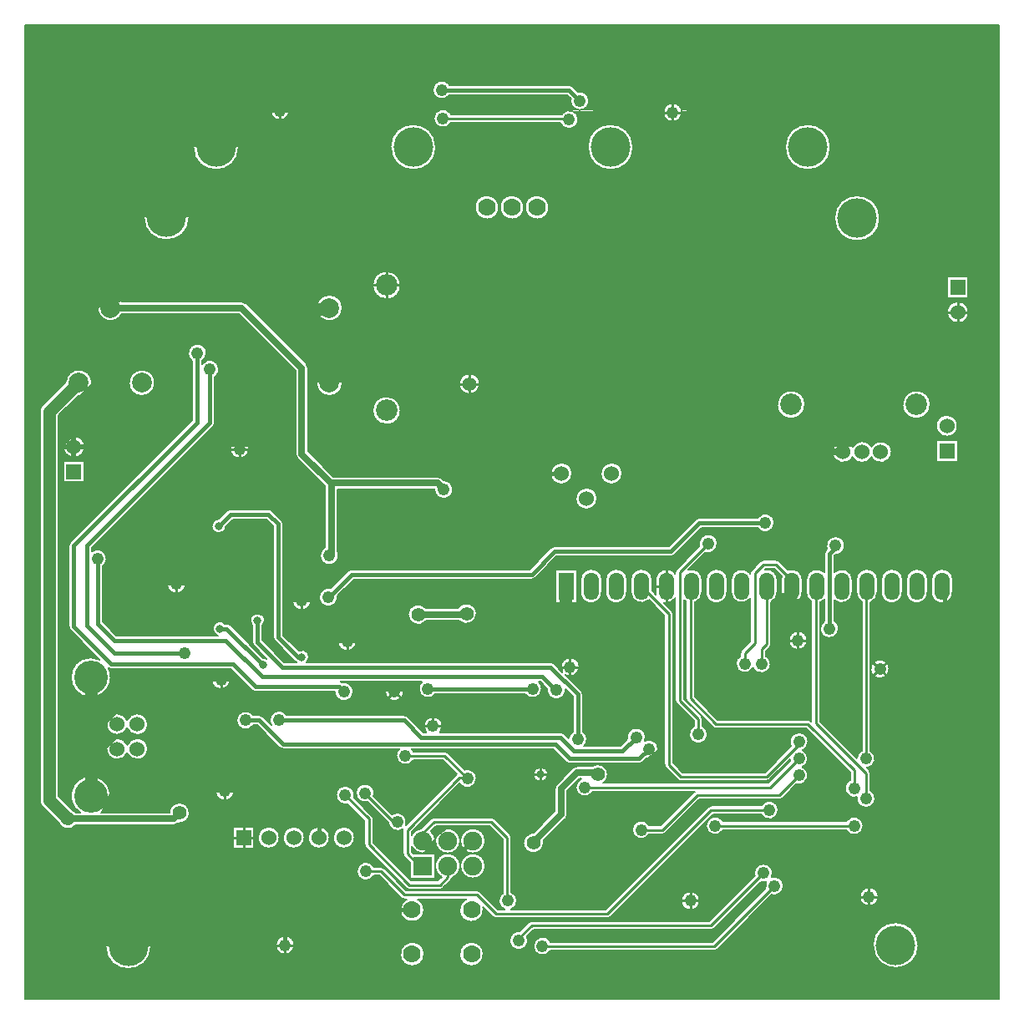
<source format=gbl>
%FSLAX23Y23*%
%MOIN*%
G04 EasyPC Gerber Version 16.0.6 Build 3249 *
%ADD114O,0.06000X0.11000*%
%ADD113R,0.06000X0.11000*%
%ADD93R,0.06000X0.06000*%
%ADD111R,0.07500X0.07500*%
%ADD10C,0.00500*%
%ADD13C,0.01000*%
%ADD116C,0.01500*%
%ADD123C,0.02000*%
%ADD121C,0.02500*%
%ADD120C,0.03200*%
%ADD118C,0.04800*%
%ADD122C,0.05000*%
%ADD119C,0.05600*%
%ADD94C,0.06000*%
%ADD104C,0.06000*%
%ADD115C,0.07000*%
%ADD89C,0.07000*%
%ADD112C,0.07500*%
%ADD99C,0.07874*%
%ADD100C,0.08600*%
%ADD101C,0.13386*%
%ADD88C,0.15748*%
X0Y0D02*
D02*
D10*
X28Y365D02*
X3915D01*
Y4252*
X28*
Y365*
X98Y1132D02*
G75*
G02X87Y1158I26J27D01*
G01*
Y2710*
G75*
G02X98Y2736I38*
G01*
X191Y2829*
G75*
G02X295Y2824I52J-5*
G01*
G75*
G02X240Y2772I-52*
G01*
X162Y2694*
Y1174*
X215Y1121*
G75*
G02X231Y1109I-16J-37*
G01*
X248*
G75*
G02X290Y1255I42J67*
G01*
G75*
G02X333Y1109J-79*
G01*
X604*
G75*
G02X685Y1107I40J-1*
G01*
G75*
G02X639Y1067I-41*
G01*
X638Y1066*
G75*
G02X621Y1059I-18J18*
G01*
X231*
G75*
G02X162Y1068I-32J25*
G01*
X98Y1132*
X223Y2527D02*
G75*
G02Y2612J43D01*
G01*
G75*
G02Y2527J-43*
G01*
X265Y2427D02*
X180D01*
Y2512*
X265*
Y2427*
X294Y2151D02*
G75*
G02X354Y2123I23J-28D01*
G01*
G75*
G02X337Y2092I-37*
G01*
Y1871*
X393Y1816*
X797*
G75*
G02X777Y1843I8J27*
G01*
G75*
G02X826Y1863I29*
G01*
X833*
G75*
G02X847Y1858J-20*
G01*
X979Y1726*
G75*
G02X992Y1723I0J-29*
G01*
X941Y1774*
G75*
G02X935Y1788I14J14*
G01*
Y1855*
G75*
G02X927Y1875I20J20*
G01*
G75*
G02X984I29*
G01*
G75*
G02X975Y1855I-29*
G01*
Y1797*
X1062Y1710*
X1112*
X1111Y1710*
G75*
G02X1103Y1715I5J19*
G01*
X1024Y1794*
G75*
G02X1018Y1808I14J14*
G01*
Y2253*
X990Y2280*
X857*
X830Y2253*
Y2253*
G75*
G02X773I-29*
G01*
G75*
G02X802Y2281I29*
G01*
X835Y2314*
G75*
G02X849Y2320I14J-14*
G01*
X999*
G75*
G02X1013Y2314J-20*
G01*
X1052Y2275*
G75*
G02X1058Y2261I-14J-14*
G01*
Y1816*
X1120Y1755*
G75*
G02X1153Y1710I13J-25*
G01*
X2125*
G75*
G02X2139Y1704J-20*
G01*
X2173Y1670*
G75*
G02X2167Y1690I31J20*
G01*
G75*
G02X2240I37*
G01*
G75*
G02X2184Y1659I-37*
G01*
X2248Y1595*
G75*
G02X2254Y1581I-14J-14*
G01*
Y1432*
G75*
G02X2259Y1375I-20J-31*
G01*
X2404*
X2431Y1403*
G75*
G02X2431Y1410I36J7*
G01*
G75*
G02X2504I37*
G01*
G75*
G02X2500Y1395I-37J0*
G01*
G75*
G02X2555Y1363I18J-32*
G01*
G75*
G02X2511Y1327I-37*
G01*
X2493Y1310*
G75*
G02X2479Y1304I-14J14*
G01*
X2203*
G75*
G02X2189Y1310J20*
G01*
X2136Y1363*
X1570*
G75*
G02X1578Y1353I-24J-27*
G01*
X1703*
G75*
G02X1716Y1348J-18*
G01*
X1784Y1280*
G75*
G02X1830Y1245I10J-35*
G01*
G75*
G02X1763Y1225I-37*
G01*
X1571Y1033*
Y1019*
G75*
G02X1607Y1045I44J-23*
G01*
G75*
G02X1610Y1047I9J-18*
G01*
X1648Y1084*
G75*
G02X1660Y1089I12J-12*
G01*
X1888*
G75*
G02X1901Y1084J-18*
G01*
X1964Y1021*
G75*
G02X1969Y1009I-12J-12*
G01*
Y791*
G75*
G02X1969Y723I-14J-34*
G01*
X2346*
X2754Y1131*
G75*
G02X2766Y1137I12J-12*
G01*
X2967*
G75*
G02X3035Y1119I32J-18*
G01*
G75*
G02X2967Y1102I-37*
G01*
X2774*
X2365Y693*
G75*
G02X2353Y688I-12J12*
G01*
X1908*
G75*
G02X1896Y693J18*
G01*
X1856Y733*
G75*
G02X1857Y721I-46J-12*
G01*
G75*
G02X1762I-48*
G01*
G75*
G02X1787Y763I48*
G01*
X1596*
G75*
G02X1621Y721I-23J-42*
G01*
G75*
G02X1526I-48*
G01*
G75*
G02X1550Y763I48*
G01*
X1542*
G75*
G02X1529Y768J18*
G01*
X1440Y857*
X1420*
G75*
G02X1352Y875I-32J18*
G01*
G75*
G02X1420Y892I37*
G01*
X1447*
G75*
G02X1460Y887J-18*
G01*
X1549Y798*
X1833*
G75*
G02X1846Y793J-18*
G01*
X1915Y723*
X1941*
G75*
G02X1934Y786I14J34*
G01*
Y1002*
X1881Y1054*
X1667*
X1647Y1035*
G75*
G02X1615Y946I-32J-38*
G01*
G75*
G02X1571Y973J50*
G01*
Y953*
X1578Y946*
X1665*
Y846*
X1565*
Y909*
X1541Y933*
G75*
G02X1536Y946I12J12*
G01*
Y1040*
G75*
G02X1536Y1043I17J0*
G01*
G75*
G02X1478Y1068I-22J29*
G01*
X1395Y1151*
G75*
G02X1348Y1186I-10J35*
G01*
G75*
G02X1421I37*
G01*
G75*
G02X1419Y1176I-37*
G01*
X1493Y1102*
G75*
G02X1549Y1060I21J-30*
G01*
X1750Y1261*
G75*
G02X1751Y1263I12J-12*
G01*
X1696Y1318*
X1578*
G75*
G02X1509Y1336I-32J18*
G01*
G75*
G02X1522Y1363I37*
G01*
X1058*
G75*
G02X1043Y1369J20*
G01*
X955Y1457*
X939*
G75*
G02X872Y1477I-31J20*
G01*
G75*
G02X939Y1497I37*
G01*
X963*
G75*
G02X977Y1491J-20*
G01*
X1011Y1458*
G75*
G02X1072Y1497I31J20*
G01*
X1542*
G75*
G02X1556Y1491J-20*
G01*
X1617Y1430*
X1628*
G75*
G02X1620Y1454I28J23*
G01*
G75*
G02X1693I37*
G01*
G75*
G02X1684Y1430I-37*
G01*
X2164*
G75*
G02X2178Y1425J-20*
G01*
X2197Y1405*
G75*
G02X2214Y1432I36J-4*
G01*
Y1573*
X2185Y1602*
G75*
G02X2185Y1599I-36J-2*
G01*
G75*
G02X2112I-37*
G01*
G75*
G02X2112Y1603I36J0*
G01*
X2085Y1631*
X2078*
G75*
G02X2090Y1603I-24J-27*
G01*
G75*
G02X2023Y1583I-37*
G01*
X1667*
G75*
G02X1600Y1603I-31J20*
G01*
G75*
G02X1612Y1631I37*
G01*
X1287*
G75*
G02X1294Y1627I-5J-19*
G01*
G75*
G02X1338Y1592I8J-36*
G01*
G75*
G02X1265Y1591I-37*
G01*
X947*
G75*
G02X933Y1597J20*
G01*
X849Y1682*
X373*
G75*
G02X361Y1686J20*
G01*
G75*
G02X290Y1570I-70J-37*
G01*
G75*
G02Y1728J79*
G01*
G75*
G02X326Y1720J-79*
G01*
X209Y1837*
G75*
G02X203Y1851I14J14*
G01*
Y2174*
G75*
G02X209Y2188I20*
G01*
X695Y2675*
Y2911*
G75*
G02X679Y2942I20J31*
G01*
G75*
G02X752I37*
G01*
G75*
G02X735Y2911I-37*
G01*
Y2898*
G75*
G02X803Y2879I31J-19*
G01*
G75*
G02X786Y2848I-37*
G01*
Y2666*
G75*
G02X780Y2652I-20*
G01*
X294Y2166*
Y2151*
X348Y576D02*
G75*
G02X531I91D01*
G01*
G75*
G02X348I-91*
G01*
X414Y3098D02*
G75*
G02X317Y3123I-45J25D01*
G01*
G75*
G02X414Y3148I52*
G01*
X892*
G75*
G02X910Y3141J-25*
G01*
X1150Y2901*
G75*
G02X1157Y2883I-18J-18*
G01*
Y2551*
X1259Y2449*
X1674*
G75*
G02X1691Y2442J-25*
G01*
X1698Y2435*
G75*
G02X1736Y2399I1J-36*
G01*
G75*
G02X1663I-37*
G01*
X1276Y2399*
Y2151*
G75*
G02X1279Y2135I-33J-16*
G01*
G75*
G02X1206I-37*
G01*
G75*
G02X1226Y2167I37*
G01*
Y2411*
G75*
G02X1224Y2413I23J13*
G01*
X1115Y2523*
G75*
G02X1107Y2540I18J18*
G01*
Y2873*
X882Y3098*
X414*
X436Y1347D02*
G75*
G02X396Y1321I-39J16D01*
G01*
G75*
G02Y1406J43*
G01*
G75*
G02X436Y1379J-43*
G01*
G75*
G02X475Y1406I39J-16*
G01*
G75*
G02Y1321J-43*
G01*
G75*
G02X436Y1347J43*
G01*
Y1446D02*
G75*
G02X396Y1419I-39J16D01*
G01*
G75*
G02Y1504J43*
G01*
G75*
G02X436Y1478J-43*
G01*
G75*
G02X475Y1504I39J-16*
G01*
G75*
G02Y1419J-43*
G01*
G75*
G02X436Y1446J43*
G01*
X502Y3485D02*
G75*
G02X684I91D01*
G01*
G75*
G02X502I-91*
G01*
X546Y2824D02*
G75*
G02X443I-52D01*
G01*
G75*
G02X546I52*
G01*
X596Y2021D02*
G75*
G02X669I37D01*
G01*
G75*
G02X596I-37*
G01*
X699Y3765D02*
G75*
G02X881I91D01*
G01*
G75*
G02X699I-91*
G01*
X773Y1639D02*
G75*
G02X846I37D01*
G01*
G75*
G02X773I-37*
G01*
X789Y1194D02*
G75*
G02X862I37D01*
G01*
G75*
G02X789I-37*
G01*
X848Y2560D02*
G75*
G02X921I37D01*
G01*
G75*
G02X848I-37*
G01*
X858Y966D02*
Y1051D01*
X943*
Y966*
X858*
X958Y1009D02*
G75*
G02X1043I43D01*
G01*
G75*
G02X958I-43*
G01*
X1009Y3910D02*
G75*
G02X1082I37D01*
G01*
G75*
G02X1009I-37*
G01*
X1029Y580D02*
G75*
G02X1102I37D01*
G01*
G75*
G02X1029I-37*
G01*
X1058Y1009D02*
G75*
G02X1143I43D01*
G01*
G75*
G02X1058I-43*
G01*
X1096Y1954D02*
G75*
G02X1169I37D01*
G01*
G75*
G02X1096I-37*
G01*
X1158Y1009D02*
G75*
G02X1243I43D01*
G01*
G75*
G02X1158I-43*
G01*
X1249Y2004D02*
X1319Y2074D01*
G75*
G02X1333Y2080I14J-14*
G01*
X2041*
X2126Y2165*
G75*
G02X2140Y2171I14J-14*
G01*
X2597*
X2705Y2279*
G75*
G02X2719Y2285I14J-14*
G01*
X2952*
G75*
G02X3019Y2265I31J-20*
G01*
G75*
G02X2952Y2245I-37*
G01*
X2727*
X2619Y2136*
G75*
G02X2605Y2131I-14J14*
G01*
X2149*
X2064Y2046*
G75*
G02X2050Y2040I-14J14*
G01*
X1341*
X1275Y1974*
G75*
G02X1275Y1969I-36J-4*
G01*
G75*
G02X1202I-37*
G01*
G75*
G02X1249Y2004I37*
G01*
X1258Y1009D02*
G75*
G02X1343I43D01*
G01*
G75*
G02X1258I-43*
G01*
X1277Y1792D02*
G75*
G02X1350I37D01*
G01*
G75*
G02X1277I-37*
G01*
X1295Y2824D02*
G75*
G02X1191I-52D01*
G01*
G75*
G02X1295I52*
G01*
Y3123D02*
G75*
G02X1191I-52D01*
G01*
G75*
G02X1295I52*
G01*
X1316Y1143D02*
G75*
G02X1269Y1178I-10J35D01*
G01*
G75*
G02X1342I37*
G01*
G75*
G02X1341Y1168I-37*
G01*
X1413Y1096*
G75*
G02X1418Y1084I-12J-12*
G01*
Y989*
X1569Y837*
X1676*
X1691Y852*
G75*
G02X1715Y946I24J44*
G01*
G75*
G02X1733Y849J-50*
G01*
G75*
G02X1728Y839I-17J3*
G01*
X1696Y807*
G75*
G02X1684Y802I-12J12*
G01*
X1562*
G75*
G02X1549Y807J18*
G01*
X1388Y969*
G75*
G02X1383Y981I12J12*
G01*
Y1076*
X1316Y1143*
X1466Y1592D02*
G75*
G02X1539I37D01*
G01*
G75*
G02X1466I-37*
G01*
X1471Y2769D02*
G75*
G02Y2658J-56D01*
G01*
G75*
G02Y2769J56*
G01*
Y3269D02*
G75*
G02Y3158J-56D01*
G01*
G75*
G02Y3269J56*
G01*
X1486Y3765D02*
G75*
G02X1669I91D01*
G01*
G75*
G02X1486I-91*
G01*
X1621Y544D02*
G75*
G02X1526I-48D01*
G01*
G75*
G02X1621I48*
G01*
X1629Y1874D02*
G75*
G02X1556Y1899I-32J25D01*
G01*
G75*
G02X1629Y1924I41*
G01*
X1755*
G75*
G02X1830Y1903I35J-21*
G01*
G75*
G02X1762Y1874I-41*
G01*
X1629*
X1665Y996D02*
G75*
G02X1715Y1046I50D01*
G01*
G75*
G02X1765Y996J-50*
G01*
G75*
G02X1715Y946I-50*
G01*
G75*
G02X1665Y996J50*
G01*
X1722Y3973D02*
G75*
G02X1655Y3993I-31J20D01*
G01*
G75*
G02X1722Y4013I37*
G01*
X2199*
G75*
G02X2213Y4007J-20*
G01*
X2235Y3986*
G75*
G02X2279Y3950I7J-36*
G01*
G75*
G02X2206I-37*
G01*
G75*
G02X2207Y3957I37*
G01*
X2191Y3973*
X1722*
X1727Y3861D02*
G75*
G02X1659Y3879I-32J18D01*
G01*
G75*
G02X1727Y3896I37*
G01*
X2170*
G75*
G02X2236Y3875I30J-21*
G01*
G75*
G02X2165Y3861I-37*
G01*
X1727*
X1761Y2820D02*
G75*
G02X1842I41D01*
G01*
G75*
G02X1761I-41*
G01*
X1765Y896D02*
G75*
G02X1815Y946I50D01*
G01*
G75*
G02Y846J-50*
G01*
G75*
G02X1765Y896J50*
G01*
Y996D02*
G75*
G02X1815Y1046I50D01*
G01*
G75*
G02Y946J-50*
G01*
G75*
G02X1765Y996J50*
G01*
X1857Y544D02*
G75*
G02X1762I-48D01*
G01*
G75*
G02X1857I48*
G01*
X1871Y3572D02*
G75*
G02Y3477J-48D01*
G01*
G75*
G02Y3572J48*
G01*
X1971D02*
G75*
G02Y3477J-48D01*
G01*
G75*
G02Y3572J48*
G01*
X2002Y636D02*
X2037Y671D01*
G75*
G02X2050Y676I12J-12*
G01*
X2759*
X2940Y857*
G75*
G02X2938Y867I35J10*
G01*
G75*
G02X3011I37*
G01*
G75*
G02X3008Y851I-37*
G01*
G75*
G02X3055Y816I11J-35*
G01*
G75*
G02X3008Y781I-37*
G01*
X2790Y563*
G75*
G02X2778Y558I-12J12*
G01*
X2125*
G75*
G02X2057Y576I-32J18*
G01*
G75*
G02X2125Y593I37*
G01*
X2771*
X2983Y806*
G75*
G02X2986Y832I35J10*
G01*
G75*
G02X2965Y832I-11J35*
G01*
X2779Y646*
G75*
G02X2766Y641I-12J12*
G01*
X2057*
X2031Y615*
G75*
G02X2035Y599I-33J-16*
G01*
G75*
G02X1962I-37*
G01*
G75*
G02X2002Y636I37*
G01*
X2057Y1261D02*
G75*
G02X2114I29D01*
G01*
G75*
G02X2057I-29*
G01*
X2059Y1030D02*
X2143Y1114D01*
Y1206*
G75*
G02X2150Y1223I25*
G01*
X2213Y1286*
G75*
G02X2231Y1294I18J-18*
G01*
X2290*
G75*
G02X2354Y1261I24J-33*
G01*
G75*
G02X2336Y1227I-41*
G01*
X2995*
X3082Y1314*
G75*
G02X3080Y1322I35J10*
G01*
X2999Y1241*
G75*
G02X2987Y1235I-12J12*
G01*
X2644*
G75*
G02X2632Y1241J18*
G01*
X2585Y1288*
G75*
G02X2579Y1300I12J12*
G01*
Y1896*
X2518Y1958*
G75*
G02X2445Y1988I-30J30*
G01*
Y2038*
G75*
G02X2530I43*
G01*
Y1995*
X2546Y1979*
G75*
G02X2545Y1988I42J9*
G01*
Y2038*
G75*
G02X2623Y2062I43*
G01*
Y2068*
G75*
G02X2628Y2080I18*
G01*
X2719Y2172*
G75*
G02X2718Y2182I35J10*
G01*
G75*
G02X2791I37*
G01*
G75*
G02X2744Y2147I-37*
G01*
X2676Y2079*
G75*
G02X2730Y2038I12J-41*
G01*
Y1988*
G75*
G02X2701Y1948I-43*
G01*
Y1571*
X2793Y1479*
X3152*
G75*
G02X3164Y1474J-18*
G01*
X3166Y1472*
Y1951*
G75*
G02X3145Y1988I21J37*
G01*
Y2038*
G75*
G02X3219Y2067I43*
G01*
Y2143*
G75*
G02X3225Y2157I20*
G01*
X3228Y2161*
G75*
G02X3226Y2174I34J14*
G01*
G75*
G02X3299I37*
G01*
G75*
G02X3262Y2138I-37*
G01*
X3259Y2134*
Y2069*
G75*
G02X3330Y2038I29J-31*
G01*
Y1988*
G75*
G02X3259Y1957I-43*
G01*
Y1874*
G75*
G02X3275Y1843I-20J-31*
G01*
G75*
G02X3202I-37*
G01*
G75*
G02X3219Y1874I37*
G01*
Y1959*
G75*
G02X3201Y1948I-31J29*
G01*
Y1473*
X3348Y1326*
G75*
G02X3367Y1356I36J-2*
G01*
Y1951*
G75*
G02X3345Y1988I21J37*
G01*
Y2038*
G75*
G02X3430I43*
G01*
Y1988*
G75*
G02X3402Y1948I-43*
G01*
Y1356*
G75*
G02X3387Y1287I-18J-32*
G01*
X3397Y1277*
G75*
G02X3402Y1265I-12J-12*
G01*
Y1198*
G75*
G02X3421Y1166I-18J-32*
G01*
G75*
G02X3348I-37*
G01*
G75*
G02X3348Y1171I37J0*
G01*
G75*
G02X3320Y1238I-11J35*
G01*
Y1269*
X3145Y1444*
X2786*
G75*
G02X2774Y1449J18*
G01*
X2671Y1552*
G75*
G02X2666Y1564I12J12*
G01*
Y1951*
G75*
G02X2658Y1957I21J37*
G01*
Y1563*
X2727Y1494*
G75*
G02X2733Y1481I-12J-12*
G01*
Y1454*
G75*
G02X2752Y1422I-18J-32*
G01*
G75*
G02X2679I-37*
G01*
G75*
G02X2698Y1454I37*
G01*
Y1474*
X2628Y1544*
G75*
G02X2623Y1556I12J12*
G01*
Y1964*
G75*
G02X2579Y1946I-35J24*
G01*
X2609Y1916*
G75*
G02X2614Y1903I-12J-12*
G01*
Y1307*
X2651Y1270*
X2980*
X3084Y1375*
G75*
G02X3080Y1391I33J16*
G01*
G75*
G02X3153I37*
G01*
G75*
G02X3131Y1357I-37*
G01*
G75*
G02Y1290I-15J-33*
G01*
G75*
G02X3106Y1222I-15J-33*
G01*
X3050Y1166*
G75*
G02X3038Y1161I-12J12*
G01*
X2718*
X2586Y1028*
G75*
G02X2573Y1023I-12J12*
G01*
X2519*
G75*
G02X2450Y1040I-32J18*
G01*
G75*
G02X2519Y1058I37*
G01*
X2566*
X2699Y1191*
G75*
G02X2701Y1192I12J-12*
G01*
X2294*
G75*
G02X2226Y1210I-32J18*
G01*
G75*
G02X2249Y1244I37*
G01*
X2241*
X2193Y1195*
Y1103*
G75*
G02X2186Y1086I-25*
G01*
X2097Y997*
G75*
G02X2098Y989I-40J-8*
G01*
G75*
G02X2017I-41*
G01*
G75*
G02X2059Y1030I41*
G01*
X2071Y3572D02*
G75*
G02Y3477J-48D01*
G01*
G75*
G02Y3572J48*
G01*
X2145Y1945D02*
Y2080D01*
X2230*
Y1945*
X2145*
X2211Y2462D02*
G75*
G02X2126I-43D01*
G01*
G75*
G02X2211I43*
G01*
X2245Y1988D02*
Y2038D01*
G75*
G02X2330I43*
G01*
Y1988*
G75*
G02X2245I-43*
G01*
X2273Y3765D02*
G75*
G02X2456I91D01*
G01*
G75*
G02X2273I-91*
G01*
X2311Y2362D02*
G75*
G02X2226I-43D01*
G01*
G75*
G02X2311I43*
G01*
X2345Y1988D02*
Y2038D01*
G75*
G02X2430I43*
G01*
Y1988*
G75*
G02X2345I-43*
G01*
X2411Y2462D02*
G75*
G02X2326I-43D01*
G01*
G75*
G02X2411I43*
G01*
X2576Y3903D02*
G75*
G02X2649I37D01*
G01*
G75*
G02X2576I-37*
G01*
X2647Y757D02*
G75*
G02X2720I37D01*
G01*
G75*
G02X2647I-37*
G01*
X2745Y1988D02*
Y2038D01*
G75*
G02X2830I43*
G01*
Y1988*
G75*
G02X2745I-43*
G01*
X2814Y1039D02*
G75*
G02X2746Y1056I-32J18D01*
G01*
G75*
G02X2814Y1074I37*
G01*
X3305*
G75*
G02X3374Y1056I32J-18*
G01*
G75*
G02X3305Y1039I-37*
G01*
X2814*
X2883Y1734D02*
Y1745D01*
G75*
G02X2888Y1757I18*
G01*
X2922Y1792*
Y1963*
G75*
G02X2845Y1988I-34J25*
G01*
Y2038*
G75*
G02X2922Y2063I43*
G01*
Y2064*
G75*
G02X2927Y2076I18*
G01*
X2963Y2112*
G75*
G02X2975Y2117I12J-12*
G01*
X3026*
G75*
G02X3038Y2112J-18*
G01*
X3073Y2078*
G75*
G02X3130Y2038I15J-40*
G01*
Y2015*
G75*
G02Y2010I-17J-3*
G01*
Y1988*
G75*
G02X3045I-43*
G01*
Y2038*
G75*
G02X3048Y2053I42J0*
G01*
X3019Y2082*
X2982*
X2980Y2080*
G75*
G02X3030Y2038I8J-42*
G01*
Y1988*
G75*
G02X3006Y1949I-43*
G01*
Y1781*
G75*
G02X3000Y1767I-19*
G01*
X2986Y1753*
Y1733*
G75*
G02X3004Y1702I-19J-31*
G01*
G75*
G02X2934Y1687I-37*
G01*
G75*
G02X2864Y1702I-33J15*
G01*
G75*
G02X2883Y1734I37*
G01*
X3061Y3765D02*
G75*
G02X3243I91D01*
G01*
G75*
G02X3061I-91*
G01*
X3076Y1796D02*
G75*
G02X3149I37D01*
G01*
G75*
G02X3076I-37*
G01*
X3141Y2737D02*
G75*
G02X3030I-56D01*
G01*
G75*
G02X3141I56*
G01*
X3258Y3481D02*
G75*
G02X3440I91D01*
G01*
G75*
G02X3258I-91*
G01*
X3331Y2528D02*
G75*
G02X3251Y2548I-38J20D01*
G01*
G75*
G02X3331Y2568I43*
G01*
G75*
G02X3406I38J-20*
G01*
G75*
G02X3486Y2548I38J-20*
G01*
G75*
G02X3406Y2528I-43*
G01*
G75*
G02X3331I-38J20*
G01*
X3360Y773D02*
G75*
G02X3433I37D01*
G01*
G75*
G02X3360I-37*
G01*
X3403Y1682D02*
G75*
G02X3476I37D01*
G01*
G75*
G02X3403I-37*
G01*
X3411Y580D02*
G75*
G02X3594I91D01*
G01*
G75*
G02X3411I-91*
G01*
X3445Y1988D02*
Y2038D01*
G75*
G02X3530I43*
G01*
Y1988*
G75*
G02X3445I-43*
G01*
X3545D02*
Y2038D01*
G75*
G02X3630I43*
G01*
Y1988*
G75*
G02X3545I-43*
G01*
X3641Y2737D02*
G75*
G02X3530I-56D01*
G01*
G75*
G02X3641I56*
G01*
X3645Y1988D02*
Y2038D01*
G75*
G02X3730I43*
G01*
Y1988*
G75*
G02X3645I-43*
G01*
X3707Y2610D02*
G75*
G02Y2695J43D01*
G01*
G75*
G02Y2610J-43*
G01*
X3708Y3248D02*
X3793D01*
Y3163*
X3708*
Y3248*
X3750Y2510D02*
X3665D01*
Y2595*
X3750*
Y2510*
X3751Y3148D02*
G75*
G02Y3063J-43D01*
G01*
G75*
G02Y3148J43*
G01*
X28Y1959D02*
G36*
Y1901D01*
X87*
Y1959*
X28*
G37*
X87D02*
G36*
Y2021D01*
X28*
Y1959*
X87*
G37*
X162D02*
G36*
Y1901D01*
X203*
Y1959*
X162*
G37*
X203D02*
G36*
Y2021D01*
X162*
Y1959*
X203*
G37*
X1058D02*
G36*
Y1901D01*
X1557*
G75*
G02X1629Y1924I40J-2*
G01*
X1755*
G75*
G02X1830Y1903I35J-21*
G01*
G75*
G02X1830Y1901I-41J0*
G01*
X2575*
X2518Y1958*
G75*
G02X2456Y1959I-30J30*
G01*
X2419*
G75*
G02X2356I-32J28*
G01*
X2319*
G75*
G02X2256I-32J28*
G01*
X2230*
Y1945*
X2145*
Y1959*
X1274*
G75*
G02X1204I-35J10*
G01*
X1168*
G75*
G02X1169Y1954I-36J-6*
G01*
G75*
G02X1096I-37*
G01*
G75*
G02X1096Y1959I36J0*
G01*
X1058*
G37*
X1096D02*
G36*
G75*
G02X1168I36J-6D01*
G01*
X1204*
G75*
G02X1202Y1969I35J10*
G01*
G75*
G02X1249Y2004I37*
G01*
X1266Y2021*
X1058*
Y1959*
X1096*
G37*
X2145D02*
G36*
Y2021D01*
X1322*
X1275Y1974*
G75*
G02X1275Y1969I-36J-4*
G01*
G75*
G02X1274Y1959I-37J0*
G01*
X2145*
G37*
X2256D02*
G36*
G75*
G02X2245Y1988I32J28D01*
G01*
Y2021*
X2230*
Y1959*
X2256*
G37*
X2356D02*
G36*
G75*
G02X2345Y1988I32J28D01*
G01*
Y2021*
X2330*
Y1988*
G75*
G02X2319Y1959I-43*
G01*
X2356*
G37*
X2456D02*
G36*
G75*
G02X2445Y1988I32J28D01*
G01*
Y2021*
X2430*
Y1988*
G75*
G02X2419Y1959I-43*
G01*
X2456*
G37*
X2719D02*
G36*
G75*
G02X2701Y1948I-32J28D01*
G01*
Y1901*
X2922*
Y1963*
G75*
G02X2856Y1959I-34J25*
G01*
X2819*
G75*
G02X2756I-32J28*
G01*
X2719*
G37*
X2756D02*
G36*
G75*
G02X2745Y1988I32J28D01*
G01*
Y2021*
X2730*
Y1988*
G75*
G02X2719Y1959I-43*
G01*
X2756*
G37*
X2856D02*
G36*
G75*
G02X2845Y1988I32J28D01*
G01*
Y2021*
X2830*
Y1988*
G75*
G02X2819Y1959I-43*
G01*
X2856*
G37*
X3119D02*
G36*
G75*
G02X3045Y1988I-32J28D01*
G01*
Y2038*
G75*
G02X3048Y2053I42J0*
G01*
X3019Y2082*
X2982*
X2980Y2080*
G75*
G02X3030Y2038I8J-42*
G01*
Y1988*
G75*
G02X3006Y1949I-43*
G01*
Y1901*
X3166*
Y1951*
G75*
G02X3156Y1959I21J37*
G01*
X3119*
G37*
X3156D02*
G36*
G75*
G02X3145Y1988I32J28D01*
G01*
Y2021*
X3130*
Y2015*
G75*
G02Y2010I-17J-3*
G01*
Y1988*
G75*
G02X3119Y1959I-43*
G01*
X3156*
G37*
X3419D02*
G36*
G75*
G02X3402Y1948I-32J28D01*
G01*
Y1901*
X3915*
Y1959*
X3719*
G75*
G02X3656I-32J28*
G01*
X3619*
G75*
G02X3556I-32J28*
G01*
X3519*
G75*
G02X3456I-32J28*
G01*
X3419*
G37*
X3456D02*
G36*
G75*
G02X3445Y1988I32J28D01*
G01*
Y2021*
X3430*
Y1988*
G75*
G02X3419Y1959I-43*
G01*
X3456*
G37*
X3556D02*
G36*
G75*
G02X3545Y1988I32J28D01*
G01*
Y2021*
X3530*
Y1988*
G75*
G02X3519Y1959I-43*
G01*
X3556*
G37*
X3656D02*
G36*
G75*
G02X3645Y1988I32J28D01*
G01*
Y2021*
X3630*
Y1988*
G75*
G02X3619Y1959I-43*
G01*
X3656*
G37*
X3915D02*
G36*
Y2021D01*
X3730*
Y1988*
G75*
G02X3719Y1959I-43*
G01*
X3915*
G37*
X28Y2569D02*
G36*
Y2469D01*
X87*
Y2569*
X28*
G37*
X87D02*
G36*
Y2652D01*
X28*
Y2569*
X87*
G37*
X162D02*
G36*
Y2469D01*
X180*
Y2512*
X265*
Y2469*
X490*
X590Y2569*
X265*
G75*
G02X223Y2527I-43*
G01*
G75*
G02X180Y2569J43*
G01*
X162*
G37*
X180D02*
G36*
G75*
G02X223Y2612I43D01*
G01*
G75*
G02X265Y2569J-43*
G01*
X590*
X673Y2652*
X162*
Y2569*
X180*
G37*
X698D02*
G36*
X598Y2469D01*
X1168*
X1115Y2523*
G75*
G02X1107Y2540I18J18*
G01*
Y2569*
X920*
G75*
G02X921Y2560I-35J-9*
G01*
G75*
G02X848I-37*
G01*
G75*
G02X849Y2569I36*
G01*
X698*
G37*
X849D02*
G36*
G75*
G02X920I35J-9D01*
G01*
X1107*
Y2652*
X780*
X698Y2569*
X849*
G37*
X1157D02*
G36*
Y2551D01*
X1239Y2469*
X2127*
G75*
G02X2210I42J-8*
G01*
X2327*
G75*
G02X2410I42J-8*
G01*
X3915*
Y2569*
X3750*
Y2510*
X3665*
Y2569*
X3480*
G75*
G02X3486Y2548I-37J-21*
G01*
G75*
G02X3406Y2528I-43*
G01*
G75*
G02X3331I-38J20*
G01*
G75*
G02X3251Y2548I-38J20*
G01*
G75*
G02X3257Y2569I43*
G01*
X1157*
G37*
X3257D02*
G36*
G75*
G02X3331Y2568I37J-21D01*
G01*
G75*
G02X3406I38J-20*
G01*
G75*
G02X3480Y2569I38J-20*
G01*
X3665*
Y2595*
X3750*
Y2569*
X3915*
Y2652*
X3750*
G75*
G02X3707Y2610I-43*
G01*
G75*
G02X3665Y2652J43*
G01*
X1157*
Y2569*
X3257*
G37*
X28Y2469D02*
G36*
Y2362D01*
X87*
Y2469*
X28*
G37*
X162D02*
G36*
Y2362D01*
X382*
X490Y2469*
X265*
Y2427*
X180*
Y2469*
X162*
G37*
X598D02*
G36*
X490Y2362D01*
X1226*
Y2411*
G75*
G02X1224Y2413I23J13*
G01*
X1168Y2469*
X598*
G37*
X1239D02*
G36*
X1259Y2449D01*
X1674*
G75*
G02X1691Y2442J-25*
G01*
X1698Y2435*
G75*
G02X1736Y2399I1J-36*
G01*
G75*
G02X1663I-37*
G01*
X1276Y2399*
Y2362*
X2226*
G75*
G02X2311I43*
G01*
X3915*
Y2469*
X2410*
G75*
G02X2411Y2462I-42J-8*
G01*
G75*
G02X2326I-43*
G01*
G75*
G02X2327Y2469I42*
G01*
X2210*
G75*
G02X2211Y2462I-42J-8*
G01*
G75*
G02X2126I-43*
G01*
G75*
G02X2127Y2469I42*
G01*
X1239*
G37*
X28Y576D02*
G36*
Y365D01*
X3915*
Y576*
X3594*
G75*
G02X3411I-91J4*
G01*
X2803*
X2790Y563*
G75*
G02X2778Y558I-12J12*
G01*
X2125*
G75*
G02X2057Y576I-32J18*
G01*
G75*
G02X2125Y593I37*
G01*
X2771*
X2983Y806*
G75*
G02X2986Y832I35J10*
G01*
G75*
G02X2965Y832I-11J35*
G01*
X2779Y646*
G75*
G02X2766Y641I-12J12*
G01*
X2057*
X2031Y615*
G75*
G02X2035Y599I-33J-16*
G01*
G75*
G02X1971Y576I-37*
G01*
X1845*
G75*
G02X1857Y544I-36J-31*
G01*
G75*
G02X1762I-48*
G01*
G75*
G02X1774Y576I48*
G01*
X1609*
G75*
G02X1621Y544I-36J-31*
G01*
G75*
G02X1526I-48*
G01*
G75*
G02X1538Y576I48*
G01*
X1102*
G75*
G02X1029I-36J4*
G01*
X531*
G75*
G02X348I-91*
G01*
X28*
G37*
X348D02*
G36*
G75*
G02X531I91D01*
G01*
X1029*
G75*
G02X1029Y580I36J4*
G01*
G75*
G02X1102I37*
G01*
G75*
G02X1102Y576I-37J0*
G01*
X1538*
G75*
G02X1609I36J-31*
G01*
X1774*
G75*
G02X1845I36J-31*
G01*
X1971*
G75*
G02X1962Y599I28J24*
G01*
G75*
G02X2002Y636I37*
G01*
X2037Y671*
G75*
G02X2050Y676I12J-12*
G01*
X2759*
X2840Y757*
X2720*
G75*
G02X2647I-37*
G01*
X2429*
X2365Y693*
G75*
G02X2353Y688I-12J12*
G01*
X1908*
G75*
G02X1896Y693J18*
G01*
X1856Y733*
G75*
G02X1857Y721I-46J-12*
G01*
G75*
G02X1762I-48*
G01*
G75*
G02X1787Y763I48*
G01*
X1596*
G75*
G02X1621Y721I-23J-42*
G01*
G75*
G02X1526I-48*
G01*
G75*
G02X1542Y757I48*
G01*
X28*
Y576*
X348*
G37*
X3411D02*
G36*
G75*
G02X3411Y580I91J4D01*
G01*
G75*
G02X3594I91*
G01*
G75*
G02X3594Y576I-91J0*
G01*
X3915*
Y757*
X3429*
G75*
G02X3363I-33J16*
G01*
X2984*
X2803Y576*
X3411*
G37*
X28Y1363D02*
G36*
Y1261D01*
X87*
Y1363*
X28*
G37*
X87D02*
G36*
Y1462D01*
X28*
Y1363*
X87*
G37*
X162D02*
G36*
Y1261D01*
X1749*
X1750Y1261*
G75*
G02X1751Y1263I12J-12*
G01*
X1696Y1318*
X1578*
G75*
G02X1509Y1336I-32J18*
G01*
G75*
G02X1522Y1363I37*
G01*
X1058*
G75*
G02X1054Y1363J20*
G01*
X517*
G75*
G02X475Y1321I-43*
G01*
G75*
G02X436Y1347J43*
G01*
G75*
G02X396Y1321I-39J16*
G01*
G75*
G02X354Y1363J43*
G01*
X162*
G37*
X354D02*
G36*
G75*
G02X396Y1406I43D01*
G01*
G75*
G02X436Y1379J-43*
G01*
G75*
G02X475Y1406I39J-16*
G01*
G75*
G02X517Y1363J-43*
G01*
X1054*
G75*
G02X1043Y1369I4J20*
G01*
X955Y1457*
X939*
G75*
G02X875Y1462I-31J20*
G01*
X517*
G75*
G02X475Y1419I-43*
G01*
G75*
G02X436Y1446J43*
G01*
G75*
G02X396Y1419I-39J16*
G01*
G75*
G02X354Y1462J43*
G01*
X162*
Y1363*
X354*
G37*
X2555D02*
G36*
G75*
G02X2511Y1327I-37D01*
G01*
X2493Y1310*
G75*
G02X2479Y1304I-14J14*
G01*
X2203*
G75*
G02X2189Y1310J20*
G01*
X2136Y1363*
X1570*
G75*
G02X1578Y1353I-24J-27*
G01*
X1703*
G75*
G02X1716Y1348J-18*
G01*
X1784Y1280*
G75*
G02X1827Y1261I10J-35*
G01*
X2057*
G75*
G02X2114I29*
G01*
X2188*
X2213Y1286*
G75*
G02X2231Y1294I18J-18*
G01*
X2290*
G75*
G02X2354Y1261I24J-33*
G01*
G75*
G02X2336Y1227I-41*
G01*
X2995*
X3082Y1314*
G75*
G02X3080Y1322I35J10*
G01*
X2999Y1241*
G75*
G02X2987Y1235I-12J12*
G01*
X2644*
G75*
G02X2632Y1241J18*
G01*
X2585Y1288*
G75*
G02X2579Y1300I12J12*
G01*
Y1363*
X2555*
G37*
X2579D02*
G36*
Y1462D01*
X2254*
Y1432*
G75*
G02X2259Y1375I-20J-31*
G01*
X2404*
X2431Y1403*
G75*
G02X2431Y1410I36J7*
G01*
G75*
G02X2504I37*
G01*
G75*
G02X2500Y1395I-37J0*
G01*
G75*
G02X2555Y1363I18J-32*
G01*
X2579*
G37*
X3402D02*
G36*
Y1356D01*
G75*
G02X3387Y1287I-18J-32*
G01*
X3397Y1277*
G75*
G02X3402Y1265I-12J-12*
G01*
Y1261*
X3915*
Y1363*
X3402*
G37*
X3915D02*
G36*
Y1462D01*
X3402*
Y1363*
X3915*
G37*
X87Y1462D02*
G36*
Y1592D01*
X28*
Y1462*
X87*
G37*
X354D02*
G36*
G75*
G02X396Y1504I43D01*
G01*
G75*
G02X436Y1478J-43*
G01*
G75*
G02X475Y1504I39J-16*
G01*
G75*
G02X517Y1462J-43*
G01*
X875*
G75*
G02X872Y1477I33J16*
G01*
G75*
G02X939Y1497I37*
G01*
X963*
G75*
G02X977Y1491J-20*
G01*
X1011Y1458*
G75*
G02X1072Y1497I31J20*
G01*
X1542*
G75*
G02X1556Y1491J-20*
G01*
X1617Y1430*
X1628*
G75*
G02X1620Y1454I28J23*
G01*
G75*
G02X1693I37*
G01*
G75*
G02X1684Y1430I-37*
G01*
X2164*
G75*
G02X2178Y1425J-20*
G01*
X2197Y1405*
G75*
G02X2214Y1432I36J-4*
G01*
Y1573*
X2185Y1602*
G75*
G02X2185Y1599I-36J-2*
G01*
G75*
G02X2112I-37*
G01*
G75*
G02X2112Y1603I36J0*
G01*
X2085Y1631*
X2078*
G75*
G02X2090Y1603I-24J-27*
G01*
G75*
G02X2023Y1583I-37*
G01*
X1667*
G75*
G02X1602Y1592I-31J20*
G01*
X1539*
G75*
G02X1466I-37*
G01*
X1338*
G75*
G02X1265Y1591I-37*
G01*
X947*
G75*
G02X933Y1597J20*
G01*
X892Y1639*
X846*
G75*
G02X773I-37*
G01*
X369*
G75*
G02X290Y1570I-79J10*
G01*
G75*
G02X235Y1592J79*
G01*
X162*
Y1462*
X354*
G37*
X2579D02*
G36*
Y1592D01*
X2251*
G75*
G02X2254Y1581I-17J-11*
G01*
Y1462*
X2579*
G37*
X3915D02*
G36*
Y1592D01*
X3402*
Y1462*
X3915*
G37*
X28Y3485D02*
G36*
Y3214D01*
X1416*
G75*
G02X1471Y3269I56*
G01*
G75*
G02X1527Y3214J-56*
G01*
X3708*
Y3248*
X3793*
Y3214*
X3915*
Y3485*
X3440*
G75*
G02X3440Y3481I-91J-4*
G01*
G75*
G02X3258I-91*
G01*
G75*
G02X3258Y3485I91J0*
G01*
X2098*
G75*
G02X2071Y3477I-27J39*
G01*
G75*
G02X2044Y3485J48*
G01*
X1998*
G75*
G02X1971Y3477I-27J39*
G01*
G75*
G02X1944Y3485J48*
G01*
X1898*
G75*
G02X1871Y3477I-27J39*
G01*
G75*
G02X1844Y3485J48*
G01*
X684*
G75*
G02X502I-91*
G01*
X28*
G37*
X502D02*
G36*
G75*
G02X684I91D01*
G01*
X1844*
G75*
G02X1871Y3572I27J39*
G01*
G75*
G02X1898Y3485J-48*
G01*
X1944*
G75*
G02X1971Y3572I27J39*
G01*
G75*
G02X1998Y3485J-48*
G01*
X2044*
G75*
G02X2071Y3572I27J39*
G01*
G75*
G02X2098Y3485J-48*
G01*
X3258*
G75*
G02X3440I91J-4*
G01*
X3915*
Y3765*
X3243*
G75*
G02X3061I-91*
G01*
X2456*
G75*
G02X2273I-91*
G01*
X1669*
G75*
G02X1486I-91*
G01*
X881*
G75*
G02X699I-91*
G01*
X28*
Y3485*
X502*
G37*
X28Y2824D02*
G36*
Y2714D01*
X87*
G75*
G02X98Y2736I37J-4*
G01*
X186Y2824*
X28*
G37*
X186D02*
G36*
X191Y2829D01*
G75*
G02X295Y2824I52J-5*
G01*
X443*
G75*
G02X546I52*
G01*
X695*
Y2911*
G75*
G02X679Y2942I20J31*
G01*
G75*
G02X752I37*
G01*
G75*
G02X735Y2911I-37*
G01*
Y2898*
G75*
G02X803Y2879I31J-19*
G01*
G75*
G02X786Y2848I-37*
G01*
Y2824*
X1107*
Y2873*
X882Y3098*
X414*
G75*
G02X317Y3123I-45J25*
G01*
X28*
Y2824*
X186*
G37*
X295D02*
G36*
G75*
G02X240Y2772I-52D01*
G01*
X182Y2714*
X695*
Y2824*
X546*
G75*
G02X443I-52*
G01*
X295*
G37*
X786D02*
G36*
Y2714D01*
X1107*
Y2824*
X786*
G37*
X1157D02*
G36*
Y2714D01*
X1416*
G75*
G02X1471Y2769I56*
G01*
G75*
G02X1527Y2714J-56*
G01*
X3035*
G75*
G02X3030Y2737I50J24*
G01*
G75*
G02X3141I56*
G01*
G75*
G02X3135Y2714I-56J0*
G01*
X3535*
G75*
G02X3530Y2737I50J24*
G01*
G75*
G02X3641I56*
G01*
G75*
G02X3635Y2714I-56J0*
G01*
X3915*
Y2824*
X1842*
G75*
G02X1842Y2820I-40J-4*
G01*
G75*
G02X1761I-41*
G01*
G75*
G02X1761Y2824I40J0*
G01*
X1295*
G75*
G02X1191I-52*
G01*
X1157*
G37*
X1191D02*
G36*
G75*
G02X1295I52D01*
G01*
X1761*
G75*
G02X1842I40J-4*
G01*
X3915*
Y3123*
X3789*
G75*
G02X3751Y3063I-39J-17*
G01*
G75*
G02X3712Y3123J43*
G01*
X1295*
G75*
G02X1191I-52*
G01*
X928*
X1150Y2901*
G75*
G02X1157Y2883I-18J-18*
G01*
Y2824*
X1191*
G37*
X87Y2021D02*
G36*
Y2362D01*
X28*
Y2021*
X87*
G37*
X203D02*
G36*
Y2174D01*
G75*
G02X209Y2188I20*
G01*
X382Y2362*
X162*
Y2021*
X203*
G37*
X337D02*
G36*
Y1871D01*
X393Y1816*
X797*
G75*
G02X777Y1843I8J27*
G01*
G75*
G02X826Y1863I29*
G01*
X833*
G75*
G02X847Y1858J-20*
G01*
X979Y1726*
G75*
G02X992Y1723I0J-29*
G01*
X941Y1774*
G75*
G02X935Y1788I14J14*
G01*
Y1855*
G75*
G02X927Y1875I20J20*
G01*
G75*
G02X984I29*
G01*
G75*
G02X975Y1855I-29*
G01*
Y1797*
X1062Y1710*
X1112*
X1111Y1710*
G75*
G02X1103Y1715I5J19*
G01*
X1024Y1794*
G75*
G02X1018Y1808I14J14*
G01*
Y2021*
X669*
G75*
G02X596I-37*
G01*
X337*
G37*
X596D02*
G36*
G75*
G02X669I37D01*
G01*
X1018*
Y2253*
X990Y2280*
X857*
X830Y2253*
Y2253*
G75*
G02X773I-29*
G01*
G75*
G02X802Y2281I29*
G01*
X835Y2314*
G75*
G02X849Y2320I14J-14*
G01*
X999*
G75*
G02X1013Y2314J-20*
G01*
X1052Y2275*
G75*
G02X1058Y2261I-14J-14*
G01*
Y2021*
X1266*
X1319Y2074*
G75*
G02X1333Y2080I14J-14*
G01*
X2041*
X2126Y2165*
G75*
G02X2140Y2171I14J-14*
G01*
X2597*
X2705Y2279*
G75*
G02X2719Y2285I14J-14*
G01*
X2952*
G75*
G02X3019Y2265I31J-20*
G01*
G75*
G02X2952Y2245I-37*
G01*
X2727*
X2619Y2136*
G75*
G02X2605Y2131I-14J14*
G01*
X2149*
X2064Y2046*
G75*
G02X2050Y2040I-14J14*
G01*
X1341*
X1322Y2021*
X2145*
Y2080*
X2230*
Y2021*
X2245*
Y2038*
G75*
G02X2330I43*
G01*
Y2021*
X2345*
Y2038*
G75*
G02X2430I43*
G01*
Y2021*
X2445*
Y2038*
G75*
G02X2530I43*
G01*
Y1995*
X2546Y1979*
G75*
G02X2545Y1988I42J9*
G01*
Y2038*
G75*
G02X2623Y2062I43*
G01*
Y2068*
G75*
G02X2628Y2080I18*
G01*
X2719Y2172*
G75*
G02X2718Y2182I35J10*
G01*
G75*
G02X2791I37*
G01*
G75*
G02X2744Y2147I-37*
G01*
X2676Y2079*
G75*
G02X2730Y2038I12J-41*
G01*
Y2021*
X2745*
Y2038*
G75*
G02X2830I43*
G01*
Y2021*
X2845*
Y2038*
G75*
G02X2922Y2063I43*
G01*
Y2064*
G75*
G02X2927Y2076I18*
G01*
X2963Y2112*
G75*
G02X2975Y2117I12J-12*
G01*
X3026*
G75*
G02X3038Y2112J-18*
G01*
X3073Y2078*
G75*
G02X3130Y2038I15J-40*
G01*
Y2021*
X3145*
Y2038*
G75*
G02X3219Y2067I43*
G01*
Y2143*
G75*
G02X3225Y2157I20*
G01*
X3228Y2161*
G75*
G02X3226Y2174I34J14*
G01*
G75*
G02X3299I37*
G01*
G75*
G02X3262Y2138I-37*
G01*
X3259Y2134*
Y2069*
G75*
G02X3330Y2038I29J-31*
G01*
Y1988*
G75*
G02X3259Y1957I-43*
G01*
Y1874*
G75*
G02X3275Y1843I-20J-31*
G01*
G75*
G02X3202I-37*
G01*
G75*
G02X3219Y1874I37*
G01*
Y1959*
G75*
G02X3201Y1948I-31J29*
G01*
Y1473*
X3348Y1326*
G75*
G02X3367Y1356I36J-2*
G01*
Y1951*
G75*
G02X3345Y1988I21J37*
G01*
Y2038*
G75*
G02X3430I43*
G01*
Y2021*
X3445*
Y2038*
G75*
G02X3530I43*
G01*
Y2021*
X3545*
Y2038*
G75*
G02X3630I43*
G01*
Y2021*
X3645*
Y2038*
G75*
G02X3730I43*
G01*
Y2021*
X3915*
Y2362*
X2311*
G75*
G02X2226I-43*
G01*
X1276*
Y2151*
G75*
G02X1279Y2135I-33J-16*
G01*
G75*
G02X1206I-37*
G01*
G75*
G02X1226Y2167I37*
G01*
Y2362*
X490*
X294Y2166*
Y2151*
G75*
G02X354Y2123I23J-28*
G01*
G75*
G02X337Y2092I-37*
G01*
Y2021*
X596*
G37*
X699Y3765D02*
G36*
G75*
G02X881I91D01*
G01*
X1486*
G75*
G02X1669I91*
G01*
X2273*
G75*
G02X2456I91*
G01*
X3061*
G75*
G02X3243I91*
G01*
X3915*
Y3910*
X2648*
G75*
G02X2649Y3903I-36J-8*
G01*
G75*
G02X2576I-37*
G01*
G75*
G02X2577Y3910I37J0*
G01*
X2208*
G75*
G02X2236Y3875I-9J-35*
G01*
G75*
G02X2165Y3861I-37*
G01*
X1727*
G75*
G02X1659Y3879I-32J18*
G01*
G75*
G02X1677Y3910I37*
G01*
X1082*
G75*
G02X1009I-37*
G01*
X28*
Y3765*
X699*
G37*
X28Y1639D02*
G36*
Y1592D01*
X87*
Y1639*
X28*
G37*
X87D02*
G36*
Y1682D01*
X28*
Y1639*
X87*
G37*
X162D02*
G36*
Y1592D01*
X235*
G75*
G02X212Y1639I55J57*
G01*
X162*
G37*
X212D02*
G36*
G75*
G02X218Y1682I79J10D01*
G01*
X162*
Y1639*
X212*
G37*
X773D02*
G36*
G75*
G02X846I37D01*
G01*
X892*
X849Y1682*
X373*
G75*
G02X361Y1686J20*
G01*
G75*
G02X369Y1639I-70J-37*
G01*
X773*
G37*
X2204D02*
G36*
X2248Y1595D01*
G75*
G02X2251Y1592I-14J-14*
G01*
X2579*
Y1639*
X2204*
G37*
X2579D02*
G36*
Y1682D01*
X2239*
G75*
G02X2184Y1659I-36J8*
G01*
X2204Y1639*
X2579*
G37*
X3402D02*
G36*
Y1592D01*
X3915*
Y1639*
X3402*
G37*
X3915D02*
G36*
Y1682D01*
X3476*
G75*
G02X3403I-37*
G01*
X3402*
Y1639*
X3915*
G37*
X28Y1194D02*
G36*
Y1056D01*
X170*
G75*
G02X162Y1068I30J28*
G01*
X98Y1132*
G75*
G02X87Y1158I26J27*
G01*
Y1194*
X28*
G37*
X87D02*
G36*
Y1261D01*
X28*
Y1194*
X87*
G37*
X368D02*
G36*
G75*
G02X333Y1109I-77J-18D01*
G01*
X604*
G75*
G02X685Y1107I40J-1*
G01*
G75*
G02X639Y1067I-41*
G01*
X638Y1066*
G75*
G02X621Y1059I-18J18*
G01*
X231*
G75*
G02X229Y1056I-32J25*
G01*
X1383*
Y1076*
X1316Y1143*
G75*
G02X1269Y1178I-10J35*
G01*
G75*
G02X1273Y1194I37J0*
G01*
X862*
G75*
G02X789I-37*
G01*
X368*
G37*
X789D02*
G36*
G75*
G02X862I37D01*
G01*
X1273*
G75*
G02X1339I33J-16*
G01*
X1349*
G75*
G02X1421Y1186I36J-8*
G01*
G75*
G02X1419Y1176I-37*
G01*
X1493Y1102*
G75*
G02X1549Y1060I21J-30*
G01*
X1749Y1261*
X162*
Y1174*
X215Y1121*
G75*
G02X231Y1109I-16J-37*
G01*
X248*
G75*
G02X290Y1255I42J67*
G01*
G75*
G02X368Y1194J-79*
G01*
X789*
G37*
X1339D02*
G36*
G75*
G02X1342Y1178I-33J-16D01*
G01*
G75*
G02X1341Y1168I-37*
G01*
X1413Y1096*
G75*
G02X1418Y1084I-12J-12*
G01*
Y1056*
X1481*
G75*
G02X1478Y1068I33J16*
G01*
X1395Y1151*
G75*
G02X1348Y1186I-10J35*
G01*
G75*
G02X1349Y1194I37J0*
G01*
X1339*
G37*
X1732D02*
G36*
X1571Y1033D01*
Y1019*
G75*
G02X1607Y1045I44J-23*
G01*
G75*
G02X1610Y1047I9J-18*
G01*
X1648Y1084*
G75*
G02X1660Y1089I12J-12*
G01*
X1888*
G75*
G02X1901Y1084J-18*
G01*
X1929Y1056*
X2085*
X2143Y1114*
Y1194*
X1732*
G37*
X2143D02*
G36*
Y1206D01*
G75*
G02X2150Y1223I25*
G01*
X2188Y1261*
X2114*
G75*
G02X2057I-29*
G01*
X1827*
G75*
G02X1830Y1245I-33J-16*
G01*
G75*
G02X1763Y1225I-37*
G01*
X1732Y1194*
X2143*
G37*
X3408D02*
G36*
G75*
G02X3421Y1166I-24J-28D01*
G01*
G75*
G02X3348I-37*
G01*
G75*
G02X3348Y1171I37J0*
G01*
G75*
G02X3320Y1238I-11J35*
G01*
Y1269*
X3145Y1444*
X2786*
G75*
G02X2774Y1449J18*
G01*
X2671Y1552*
G75*
G02X2666Y1564I12J12*
G01*
Y1951*
G75*
G02X2658Y1957I21J37*
G01*
Y1563*
X2727Y1494*
G75*
G02X2733Y1481I-12J-12*
G01*
Y1454*
G75*
G02X2752Y1422I-18J-32*
G01*
G75*
G02X2679I-37*
G01*
G75*
G02X2698Y1454I37*
G01*
Y1474*
X2628Y1544*
G75*
G02X2623Y1556I12J12*
G01*
Y1964*
G75*
G02X2579Y1946I-35J24*
G01*
X2609Y1916*
G75*
G02X2614Y1903I-12J-12*
G01*
Y1307*
X2651Y1270*
X2980*
X3084Y1375*
G75*
G02X3080Y1391I33J16*
G01*
G75*
G02X3153I37*
G01*
G75*
G02X3131Y1357I-37*
G01*
G75*
G02Y1290I-15J-33*
G01*
G75*
G02X3106Y1222I-15J-33*
G01*
X3050Y1166*
G75*
G02X3038Y1161I-12J12*
G01*
X2718*
X2614Y1056*
X2679*
X2754Y1131*
G75*
G02X2766Y1137I12J-12*
G01*
X2967*
G75*
G02X3035Y1119I32J-18*
G01*
G75*
G02X2967Y1102I-37*
G01*
X2774*
X2728Y1056*
X2746*
G75*
G02X2814Y1074I37*
G01*
X3305*
G75*
G02X3374Y1056I32J-18*
G01*
X3915*
Y1194*
X3408*
G37*
X3915D02*
G36*
Y1261D01*
X3402*
Y1198*
G75*
G02X3408Y1194I-18J-32*
G01*
X3915*
G37*
X28Y1009D02*
G36*
Y896D01*
X1359*
G75*
G02X1418I30J-21*
G01*
X1461*
X1388Y969*
G75*
G02X1383Y981I12J12*
G01*
Y1009*
X1343*
G75*
G02X1258I-43*
G01*
X1243*
G75*
G02X1158I-43*
G01*
X1143*
G75*
G02X1058I-43*
G01*
X1043*
G75*
G02X958I-43*
G01*
X943*
Y966*
X858*
Y1009*
X28*
G37*
X858D02*
G36*
Y1051D01*
X943*
Y1009*
X958*
G75*
G02X1043I43*
G01*
X1058*
G75*
G02X1143I43*
G01*
X1158*
G75*
G02X1243I43*
G01*
X1258*
G75*
G02X1343I43*
G01*
X1383*
Y1056*
X229*
G75*
G02X170I-30J28*
G01*
X28*
Y1009*
X858*
G37*
X1418D02*
G36*
Y989D01*
X1510Y896*
X1565*
Y909*
X1541Y933*
G75*
G02X1536Y946I12J12*
G01*
Y1009*
X1418*
G37*
X1536D02*
G36*
Y1040D01*
G75*
G02X1536Y1043I17J0*
G01*
G75*
G02X1481Y1056I-22J29*
G01*
X1418*
Y1009*
X1536*
G37*
X1664D02*
G36*
G75*
G02X1615Y946I-48J-13D01*
G01*
G75*
G02X1571Y973J50*
G01*
Y953*
X1578Y946*
X1665*
Y896*
G75*
G02X1715Y946I50*
G01*
G75*
G02X1765Y896J-50*
G01*
G75*
G02X1815Y946I50*
G01*
G75*
G02X1865Y896J-50*
G01*
X1934*
Y1002*
X1927Y1009*
X1864*
G75*
G02X1815Y946I-48J-13*
G01*
G75*
G02X1765Y996J50*
G01*
G75*
G02X1767Y1009I50*
G01*
X1764*
G75*
G02X1765Y996I-48J-13*
G01*
G75*
G02X1715Y946I-50*
G01*
G75*
G02X1665Y996J50*
G01*
G75*
G02X1667Y1009I50*
G01*
X1664*
G37*
X1667D02*
G36*
G75*
G02X1715Y1046I48J-13D01*
G01*
G75*
G02X1764Y1009J-50*
G01*
X1767*
G75*
G02X1815Y1046I48J-13*
G01*
G75*
G02X1864Y1009J-50*
G01*
X1927*
X1881Y1054*
X1667*
X1647Y1035*
G75*
G02X1664Y1009I-32J-38*
G01*
X1667*
G37*
X1969D02*
G36*
Y791D01*
G75*
G02X1969Y723I-14J-34*
G01*
X2346*
X2631Y1009*
X2505*
G75*
G02X2450Y1040I-18J31*
G01*
G75*
G02X2519Y1058I37*
G01*
X2566*
X2699Y1191*
G75*
G02X2701Y1192I12J-12*
G01*
X2294*
G75*
G02X2226Y1210I-32J18*
G01*
G75*
G02X2249Y1244I37*
G01*
X2241*
X2193Y1195*
Y1103*
G75*
G02X2186Y1086I-25*
G01*
X2097Y997*
G75*
G02X2098Y989I-40J-8*
G01*
G75*
G02X2017I-41*
G01*
G75*
G02X2022Y1009I41*
G01*
X1969*
G37*
X2022D02*
G36*
G75*
G02X2059Y1030I35J-20D01*
G01*
X2085Y1056*
X1929*
X1964Y1021*
G75*
G02X1969Y1009I-12J-12*
G01*
X2022*
G37*
X2631D02*
G36*
X2679Y1056D01*
X2614*
X2586Y1028*
G75*
G02X2573Y1023I-12J12*
G01*
X2519*
G75*
G02X2505Y1009I-32J18*
G01*
X2631*
G37*
X2681D02*
G36*
X2568Y896D01*
X2953*
G75*
G02X2997I22J-29*
G01*
X3915*
Y1009*
X2681*
G37*
X3915D02*
G36*
Y1056D01*
X3374*
G75*
G02X3305Y1039I-37*
G01*
X2814*
G75*
G02X2746Y1056I-32J18*
G01*
X2728*
X2681Y1009*
X3915*
G37*
X1009Y3910D02*
G36*
G75*
G02X1082I37D01*
G01*
X1677*
G75*
G02X1727Y3896I18J-31*
G01*
X2170*
G75*
G02X2208Y3910I30J-21*
G01*
X2577*
G75*
G02X2648I36J-8*
G01*
X3915*
Y3971*
X2272*
G75*
G02X2279Y3950I-29J-22*
G01*
G75*
G02X2206I-37*
G01*
G75*
G02X2207Y3957I37*
G01*
X2191Y3973*
X1722*
G75*
G02X1662Y3971I-31J20*
G01*
X28*
Y3910*
X1009*
G37*
X28Y1792D02*
G36*
Y1682D01*
X87*
Y1792*
X28*
G37*
X87D02*
G36*
Y1901D01*
X28*
Y1792*
X87*
G37*
X162D02*
G36*
Y1682D01*
X218*
G75*
G02X290Y1728I72J-33*
G01*
G75*
G02X326Y1720J-79*
G01*
X254Y1792*
X162*
G37*
X254D02*
G36*
X209Y1837D01*
G75*
G02X203Y1851I14J14*
G01*
Y1901*
X162*
Y1792*
X254*
G37*
X1082D02*
G36*
X1120Y1755D01*
G75*
G02X1153Y1710I13J-25*
G01*
X2125*
G75*
G02X2139Y1704J-20*
G01*
X2173Y1670*
G75*
G02X2167Y1690I31J20*
G01*
G75*
G02X2240I37*
G01*
G75*
G02X2239Y1682I-37J0*
G01*
X2579*
Y1792*
X1350*
G75*
G02X1277I-37*
G01*
X1082*
G37*
X1277D02*
G36*
G75*
G02X1350I37D01*
G01*
X2579*
Y1896*
X2575Y1901*
X1830*
G75*
G02X1762Y1874I-40J2*
G01*
X1629*
G75*
G02X1556Y1899I-32J25*
G01*
G75*
G02X1557Y1901I41J0*
G01*
X1058*
Y1816*
X1082Y1792*
X1277*
G37*
X2701D02*
G36*
Y1682D01*
X2869*
G75*
G02X2864Y1702I31J20*
G01*
G75*
G02X2883Y1734I37*
G01*
Y1745*
G75*
G02X2888Y1757I18*
G01*
X2922Y1792*
Y1792*
X2701*
G37*
X2922D02*
G36*
Y1901D01*
X2701*
Y1792*
X2922*
G37*
X3006D02*
G36*
Y1781D01*
G75*
G02X3000Y1767I-19*
G01*
X2986Y1753*
Y1733*
G75*
G02X3004Y1702I-19J-31*
G01*
G75*
G02X2998Y1682I-37*
G01*
X3166*
Y1792*
X3149*
G75*
G02X3076I-36J4*
G01*
X3006*
G37*
X3076D02*
G36*
G75*
G02X3076Y1796I36J4D01*
G01*
G75*
G02X3149I37*
G01*
G75*
G02X3149Y1792I-37J0*
G01*
X3166*
Y1901*
X3006*
Y1792*
X3076*
G37*
X3402D02*
G36*
Y1682D01*
X3403*
G75*
G02X3476I37*
G01*
X3915*
Y1792*
X3402*
G37*
X3915D02*
G36*
Y1901D01*
X3402*
Y1792*
X3915*
G37*
X317Y3123D02*
G36*
G75*
G02X414Y3148I52D01*
G01*
X892*
G75*
G02X910Y3141J-25*
G01*
X928Y3123*
X1191*
G75*
G02X1295I52*
G01*
X3712*
G75*
G02X3751Y3148I39J-17*
G01*
G75*
G02X3789Y3123J-43*
G01*
X3915*
Y3214*
X3793*
Y3163*
X3708*
Y3214*
X1527*
G75*
G02X1471Y3158I-56*
G01*
G75*
G02X1416Y3214J56*
G01*
X28*
Y3123*
X317*
G37*
X1466Y1592D02*
G36*
G75*
G02X1539I37D01*
G01*
X1602*
G75*
G02X1600Y1603I35J12*
G01*
G75*
G02X1612Y1631I37*
G01*
X1287*
G75*
G02X1294Y1627I-5J-19*
G01*
G75*
G02X1338Y1592I8J-36*
G01*
X1466*
G37*
X28Y2714D02*
G36*
Y2652D01*
X87*
Y2710*
G75*
G02X87Y2714I37J0*
G01*
X28*
G37*
X182D02*
G36*
X162Y2694D01*
Y2652*
X673*
X695Y2675*
Y2714*
X182*
G37*
X786D02*
G36*
Y2666D01*
G75*
G02X780Y2652I-20J0*
G01*
X1107*
Y2714*
X786*
G37*
X1157D02*
G36*
Y2652D01*
X3665*
G75*
G02X3707Y2695I43*
G01*
G75*
G02X3750Y2652J-43*
G01*
X3915*
Y2714*
X3635*
G75*
G02X3535I-50J24*
G01*
X3135*
G75*
G02X3035I-50J24*
G01*
X1527*
G75*
G02X1471Y2658I-56*
G01*
G75*
G02X1416Y2714J56*
G01*
X1157*
G37*
X1662Y3971D02*
G36*
G75*
G02X1655Y3993I29J22D01*
G01*
G75*
G02X1722Y4013I37*
G01*
X2199*
G75*
G02X2213Y4007J-20*
G01*
X2235Y3986*
G75*
G02X2272Y3971I7J-36*
G01*
X3915*
Y4252*
X28*
Y3971*
X1662*
G37*
X28Y896D02*
G36*
Y757D01*
X1542*
G75*
G02X1550Y763I32J-35*
G01*
X1542*
G75*
G02X1529Y768J18*
G01*
X1440Y857*
X1420*
G75*
G02X1352Y875I-32J18*
G01*
G75*
G02X1359Y896I37J0*
G01*
X28*
G37*
X1418D02*
G36*
G75*
G02X1420Y892I-30J-21D01*
G01*
X1447*
G75*
G02X1460Y887J-18*
G01*
X1549Y798*
X1833*
G75*
G02X1846Y793J-18*
G01*
X1915Y723*
X1941*
G75*
G02X1934Y786I14J34*
G01*
Y896*
X1865*
G75*
G02X1815Y846I-50*
G01*
G75*
G02X1765Y896J50*
G01*
G75*
G02X1733Y849I-50*
G01*
G75*
G02X1728Y839I-17J3*
G01*
X1696Y807*
G75*
G02X1684Y802I-12J12*
G01*
X1562*
G75*
G02X1549Y807J18*
G01*
X1461Y896*
X1418*
G37*
X1510D02*
G36*
X1569Y837D01*
X1676*
X1691Y852*
G75*
G02X1665Y896I24J44*
G01*
Y846*
X1565*
Y896*
X1510*
G37*
X2568D02*
G36*
X2429Y757D01*
X2647*
G75*
G02X2720I37*
G01*
X2840*
X2940Y857*
G75*
G02X2938Y867I35J10*
G01*
G75*
G02X2953Y896I37*
G01*
X2568*
G37*
X2997D02*
G36*
G75*
G02X3011Y867I-22J-29D01*
G01*
G75*
G02X3008Y851I-37*
G01*
G75*
G02X3055Y816I11J-35*
G01*
G75*
G02X3008Y781I-37*
G01*
X2984Y757*
X3363*
G75*
G02X3360Y773I33J16*
G01*
G75*
G02X3433I37*
G01*
G75*
G02X3429Y757I-37J0*
G01*
X3915*
Y896*
X2997*
G37*
X2701Y1682D02*
G36*
Y1571D01*
X2793Y1479*
X3152*
G75*
G02X3164Y1474J-18*
G01*
X3166Y1472*
Y1682*
X2998*
G75*
G02X2934Y1687I-31J20*
G01*
G75*
G02X2869Y1682I-33J15*
G01*
X2701*
G37*
D02*
D13*
X613Y2021D02*
X593D01*
X632Y2002D02*
Y1982D01*
Y2040D02*
Y2060D01*
X651Y2021D02*
X671D01*
X791Y1639D02*
X771D01*
X806Y1194D02*
X786D01*
X810Y1620D02*
Y1600D01*
Y1658D02*
Y1678D01*
X825Y1175D02*
Y1155D01*
Y1213D02*
Y1233D01*
X829Y1639D02*
X849D01*
X844Y1194D02*
X864D01*
X865Y2560D02*
X845D01*
X875Y1009D02*
X855D01*
X884Y2541D02*
Y2521D01*
Y2579D02*
Y2599D01*
X900Y984D02*
Y964D01*
Y1034D02*
Y1054D01*
X903Y2560D02*
X923D01*
X925Y1009D02*
X945D01*
X1027Y3910D02*
X1007D01*
X1046Y3891D02*
Y3871D01*
Y3929D02*
Y3949D01*
X1046Y580D02*
X1026D01*
X1065Y3910D02*
X1085D01*
X1065Y561D02*
Y541D01*
Y599D02*
Y619D01*
X1084Y580D02*
X1104D01*
X1113Y1954D02*
X1093D01*
X1132Y1935D02*
Y1915D01*
Y1973D02*
Y1993D01*
X1151Y1954D02*
X1171D01*
X1295Y1792D02*
X1275D01*
X1314Y1773D02*
Y1753D01*
Y1811D02*
Y1831D01*
X1333Y1792D02*
X1353D01*
X1388Y875D02*
X1447D01*
X1542Y781*
X1833*
X1908Y706*
X2353*
X2766Y1119*
X2999*
X1433Y3214D02*
X1413D01*
X1471Y3176D02*
Y3156D01*
Y3252D02*
Y3272D01*
X1489Y1578D02*
X1475Y1564D01*
X1489Y1605D02*
X1475Y1619D01*
X1509Y3214D02*
X1529D01*
X1514Y1072D02*
X1499D01*
X1384Y1186*
X1516Y1578D02*
X1530Y1564D01*
X1516Y1605D02*
X1530Y1619D01*
X1546Y1336D02*
X1703D01*
X1794Y1245*
X1603Y896D02*
X1554Y946D01*
Y1040*
X1762Y1249*
X1790*
X1615Y1027D02*
X1660Y1072D01*
X1888*
X1951Y1009*
Y761*
X1637Y1454D02*
X1617D01*
X1656Y1473D02*
Y1493D01*
X1675Y1454D02*
X1695D01*
X1695Y3879D02*
X2199D01*
Y3875*
X1715Y896D02*
Y852D01*
X1684Y820*
X1562*
X1400Y981*
Y1084*
X1306Y1178*
X1779Y2820D02*
X1759D01*
X1802Y2797D02*
Y2777D01*
Y2843D02*
Y2863D01*
X1825Y2820D02*
X1845D01*
X1999Y599D02*
Y607D01*
X2050Y658*
X2766*
X2975Y867*
X2074Y1261D02*
X2054D01*
X2085Y1250D02*
Y1230D01*
Y1272D02*
Y1292D01*
X2093Y576D02*
X2778D01*
X3018Y816*
X2096Y1261D02*
X2116D01*
X2184Y1690D02*
X2164D01*
X2203Y1671D02*
Y1651D01*
Y1709D02*
Y1729D01*
X2222Y1690D02*
X2242D01*
X2262Y1210D02*
X3003D01*
X3117Y1324*
X2487Y1040D02*
X2573D01*
X2711Y1178*
X3038*
X3117Y1257*
X2563Y2013D02*
X2543D01*
X2588Y1963D02*
Y1943D01*
Y2063D02*
Y2083D01*
X2594Y3903D02*
X2574D01*
X2613Y3884D02*
Y3864D01*
Y3922D02*
Y3942D01*
X2632Y3903D02*
X2652D01*
X2665Y757D02*
X2645D01*
X2684Y738D02*
Y718D01*
Y776D02*
Y796D01*
X2703Y757D02*
X2723D01*
X2715Y1422D02*
Y1481D01*
X2640Y1556*
Y2068*
X2754Y2182*
X2900Y1702D02*
Y1745D01*
X2940Y1784*
Y2064*
X2975Y2099*
X3026*
X3113Y2013*
X3088*
X2967Y1702D02*
Y1761D01*
X2987Y1781*
Y2012*
X2988Y2013*
X3094Y1796D02*
X3074D01*
X3113Y1777D02*
Y1757D01*
Y1815D02*
Y1835D01*
X3117Y1391D02*
Y1383D01*
X2987Y1253*
X2644*
X2597Y1300*
Y1903*
X2488Y2013*
X3132Y1796D02*
X3152D01*
X3337Y1056D02*
X2782D01*
X3337Y1206D02*
Y1277D01*
X3152Y1462*
X2786*
X2684Y1564*
Y2009*
X2688Y2013*
X3377Y773D02*
X3357D01*
X3384Y1166D02*
Y1265D01*
X3184Y1466*
Y2009*
X3188Y2013*
X3384Y1324D02*
Y2010D01*
X3388Y2013*
X3396Y754D02*
Y734D01*
Y792D02*
Y812D01*
X3415Y773D02*
X3435D01*
X3426Y1669D02*
X3412Y1654D01*
X3426Y1696D02*
X3412Y1710D01*
X3453Y1669D02*
X3467Y1654D01*
X3453Y1696D02*
X3467Y1710D01*
X3726Y3106D02*
X3706D01*
X3751Y3081D02*
Y3061D01*
Y3131D02*
Y3151D01*
X3776Y3106D02*
X3796D01*
D02*
D88*
X440Y576D03*
X593Y3485D03*
X790Y3765D03*
X1577D03*
X2365D03*
X3152D03*
X3349Y3481D03*
X3503Y580D03*
D02*
D89*
X1871Y3525D03*
X1971D03*
X2071D03*
D02*
D93*
X223Y2469D03*
X900Y1009D03*
X3707Y2552D03*
X3751Y3206D03*
D02*
D94*
X223Y2569D03*
X396Y1363D03*
Y1462D03*
X475Y1363D03*
Y1462D03*
X1000Y1009D03*
X1100D03*
X1200D03*
X1300D03*
X3707Y2652D03*
X3751Y3106D03*
D02*
D99*
X243Y2824D03*
X369Y3123D03*
X495Y2824D03*
X1243D03*
Y3123D03*
D02*
D100*
X1471Y2714D03*
Y3214D03*
X3085Y2737D03*
X3585D03*
D02*
D101*
X290Y1176D03*
Y1649D03*
D02*
D104*
X2169Y2462D03*
X2269Y2362D03*
X2369Y2462D03*
X3293Y2548D03*
X3368D03*
X3443D03*
D02*
D111*
X1615Y896D03*
D02*
D112*
Y996D03*
X1715Y896D03*
Y996D03*
X1815Y896D03*
Y996D03*
D02*
D113*
X2188Y2013D03*
D02*
D114*
X2288D03*
X2388D03*
X2488D03*
X2588D03*
X2688D03*
X2788D03*
X2888D03*
X2988D03*
X3088D03*
X3188D03*
X3288D03*
X3388D03*
X3488D03*
X3588D03*
X3688D03*
D02*
D115*
X1573Y544D03*
Y721D03*
X1810Y544D03*
Y721D03*
D02*
D116*
X664Y1745D02*
X384D01*
X274Y1855*
Y2174*
X766Y2666*
Y2879*
X908Y1477D02*
X963D01*
X1058Y1383*
X2144*
X2203Y1324*
X2479*
X2518Y1363*
X979Y1698D02*
X833Y1843D01*
X806*
X1042Y1477D02*
X1542D01*
X1609Y1410*
X2164*
X2219Y1355*
X2412*
X2467Y1410*
X1065Y580D02*
Y615D01*
X1125Y1241D02*
X1132Y1729*
X1117D01*
X1038Y1808*
Y2261*
X999Y2300*
X849*
X802Y2253*
X1200Y1009D02*
Y1077D01*
X1211Y1088*
X1239Y1969D02*
X1243D01*
X1333Y2060*
X2050*
X2140Y2151*
X2605*
X2719Y2265*
X2983*
X1251Y2143D02*
X1243Y2135D01*
X1302Y1592D02*
X1282Y1611D01*
X947*
X857Y1702*
X373*
X223Y1851*
Y2174*
X715Y2666*
Y2942*
X1573Y721D02*
X1491D01*
X1483Y714*
X1615Y896D02*
X1603D01*
X1615Y996D02*
Y1027D01*
X1636Y1603D02*
X2054D01*
X1691Y3993D02*
X2199D01*
X2243Y3950*
X1770Y954D02*
X1773D01*
X1815Y996*
X1790Y1249D02*
X1794Y1245D01*
X1815Y996D02*
X1834D01*
X1841Y989*
X1951Y761D02*
X1955Y757D01*
X2148Y1599D02*
X2144D01*
X2093Y1651*
X975*
X829Y1796*
X384*
X317Y1863*
Y2123*
X2169Y2462D02*
X2081D01*
X2195Y966D02*
X2203Y1690*
X2207D01*
X2211Y1686*
X2234Y1401D02*
Y1581D01*
X2125Y1690*
X1054*
X955Y1788*
Y1875*
X2684Y757D02*
X2672D01*
X3195Y2548D02*
X3191Y2552D01*
X3262Y2174D02*
Y2166D01*
X3239Y2143*
Y1843*
X3293Y2548D02*
X3282D01*
X3699Y1938D02*
Y2001D01*
X3688Y2013*
D02*
D118*
X317Y2123D03*
X632Y2021D03*
X664Y1745D03*
X715Y2942D03*
X766Y2879D03*
X810Y1639D03*
X825Y1194D03*
X884Y2560D03*
X908Y1477D03*
X1042D03*
X1046Y3910D03*
X1065Y580D03*
X1125Y1241D03*
X1132Y1954D03*
X1239Y1969D03*
X1243Y2135D03*
X1302Y1592D03*
X1306Y1178D03*
X1314Y1792D03*
X1384Y1186D03*
X1388Y875D03*
X1503Y1592D03*
X1514Y1072D03*
X1546Y1336D03*
X1636Y1603D03*
X1656Y1454D03*
X1691Y3993D03*
X1695Y3879D03*
X1699Y2399D03*
X1794Y1245D03*
X1955Y757D03*
X1999Y599D03*
X2054Y1603D03*
X2093Y576D03*
X2148Y1599D03*
X2195Y966D03*
X2199Y3875D03*
X2203Y1690D03*
X2234Y1401D03*
X2243Y3950D03*
X2262Y1210D03*
X2467Y1410D03*
X2487Y1040D03*
X2518Y1363D03*
X2613Y3903D03*
X2684Y757D03*
X2715Y1422D03*
X2754Y2182D03*
X2782Y1056D03*
X2900Y1702D03*
X2967D03*
X2975Y867D03*
X2983Y2265D03*
X2999Y1119D03*
X3018Y816D03*
X3113Y1796D03*
X3117Y1257D03*
Y1324D03*
Y1391D03*
X3239Y1843D03*
X3262Y2174D03*
X3337Y1056D03*
Y1206D03*
X3384Y1166D03*
Y1324D03*
X3396Y773D03*
X3440Y1682D03*
D02*
D119*
X199Y1084D03*
X644Y1107D03*
X1597Y1899D03*
X1790Y1903D03*
X1802Y2820D03*
X2058Y989D03*
X2314Y1261D03*
D02*
D120*
X802Y2253D03*
X806Y1843D03*
X955Y1875D03*
X979Y1698D03*
X1132Y1729D03*
X2085Y1261D03*
D02*
D121*
X199Y1084D02*
X621D01*
X644Y1107*
X369Y3123D02*
X892D01*
X1132Y2883*
Y2540*
X1249Y2424*
X1674*
X1699Y2399*
X1249Y2424D02*
X1251Y2422D01*
Y2143*
X1597Y1899D02*
X1786D01*
X1790Y1903*
X2058Y989D02*
Y993D01*
X2168Y1103*
Y1206*
X2231Y1269*
X2306*
X2314Y1261*
X3293Y2548D02*
X3195D01*
D02*
D122*
X199Y1084D02*
X125Y1158D01*
Y2710*
X247Y2832*
Y2824*
X243*
X290Y1176D02*
Y1300D01*
X266Y1324*
X290Y1649D02*
Y1572D01*
X251Y1532*
X1164Y3119D02*
X1239D01*
X1243Y3123*
X2184Y1891D02*
Y2009D01*
X2188Y2013*
D02*
D123*
X198Y2569D02*
X178D01*
X223Y2544D02*
Y2524D01*
Y2594D02*
Y2614D01*
X248Y2569D02*
X268D01*
X0Y0D02*
M02*

</source>
